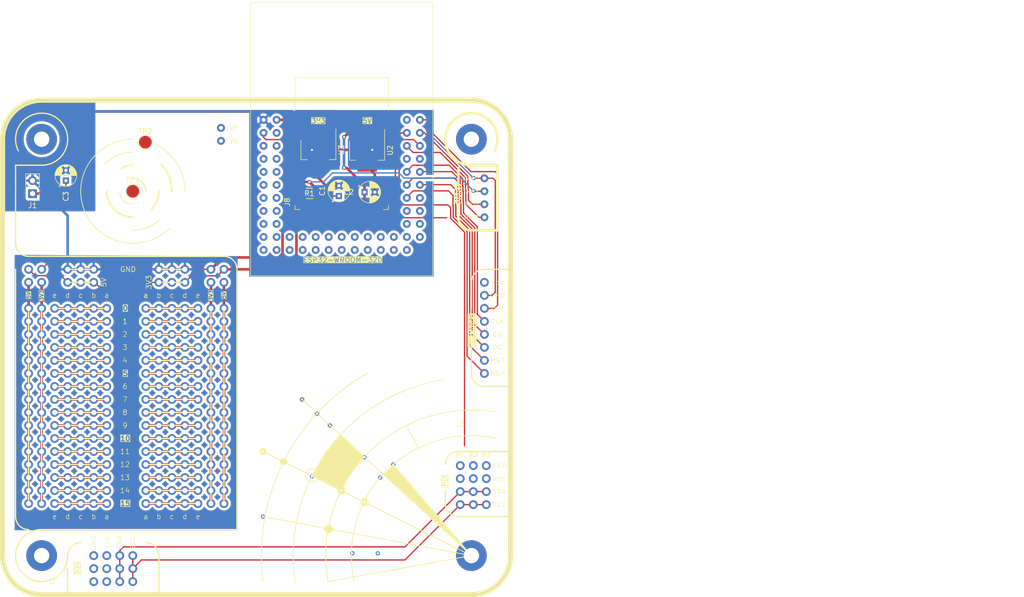
<source format=kicad_pcb>
(kicad_pcb (version 20221018) (generator pcbnew)
  (title_block (title "ESP32-WROOM-32D Automation Board") (date "2024-01-15") (rev "v1.10") (company "CEGEP Heritage College") (comment 1 "Alexander Bobkov"))
  (layers (0 "F.Cu" signal) (31 "B.Cu" signal) (34 "B.Paste" user) (35 "F.Paste" user) (36 "B.SilkS" user "B.Silkscreen") (37 "F.SilkS" user "F.Silkscreen") (38 "B.Mask" user) (39 "F.Mask" user) (44 "Edge.Cuts" user))
  (net 0 "")
  (net 1 "Net-(J1-Pin_1)")
  (net 2 "Net-(J5-IO22)")
  (net 3 "Net-(J5-IO21)")
  (net 4 "Net-(J5-IO4)")
  (net 5 "Net-(J5-IO18)")
  (net 6 "Net-(J5-IO5)")
  (net 7 "Net-(J5-IO17)")
  (net 8 "Net-(J5-IO23)")
  (net 9 "Net-(J5-IO16)")
  (net 10 "Net-(J5-IO34)")
  (net 11 "Net-(J5-IO35)")
  (net 12 "Net-(J5-IO32)")
  (net 13 "Net-(J5-IO33)")
  (net 14 "Net-(J8-RXD0)")
  (net 15 "Net-(J5-IO25)")
  (net 16 "Net-(J5-IO26)")
  (net 17 "+3V3")
  (net 18 "GND")
  (net 19 "+5V")
  (net 20 "Net-(J5-IO27)")
  (net 21 "Net-(J5-IO14)")
  (net 22 "Net-(J5-IO12)")
  (net 23 "Net-(J5-IO0)")
  (net 24 "Net-(J5-IO19)")
  (net 25 "Net-(J5-EN)")
  (net 26 "Net-(J7-SENSOR_VP)")
  (net 27 "Net-(J7-SENSOR_VN)")
  (net 28 "Net-(J8-TXD0)")
  (footprint "MountingHole:MountingHole_3mm_Pad_TopBottom" (layer "F.Cu") (at 33.02 139.7)
    (fp_text reference "H1" hide)
    (fp_text value "MountingHole")
  )
  (footprint "Package_TO_SOT_SMD:SOT-223-3_TabPin2" (layer "F.Cu") (at 87 60.5 -90)
    (fp_text reference "U3")
    (fp_text value "MAX1726EUK33")
  )
  (footprint "Alexander Footprints Library:Conn_UART" (layer "F.Cu") (at 119.38 58.42)
    (fp_text reference "J6" hide)
    (fp_text value "UART")
  )
  (footprint "MountingHole:MountingHole_3mm_Pad_TopBottom" (layer "F.Cu") (at 116.84 139.7)
    (fp_text reference "H1" hide)
    (fp_text value "MountingHole")
  )
  (footprint "Capacitor_THT:CP_Radial_D4.0mm_P2.00mm" (layer "F.Cu") (at 37.75 66.5 90)
    (fp_text reference "C3")
    (fp_text value "1uF")
  )
  (footprint "Capacitor_THT:CP_Radial_D4.0mm_P2.00mm" (layer "F.Cu") (at 96 68.75)
    (fp_text reference "C2")
    (fp_text value "1uF")
  )
  (footprint "Alexander Footprints Library:STA_RMCF1206_STP-L" (layer "F.Cu") (at 85.25 69 180)
    (fp_text reference "R1")
    (fp_text value "10K")
  )
  (footprint "Alexander Footprints Library:TestPoint_D2.5mm" (layer "F.Cu") (at 50.8 68.58)
    (fp_text reference "TP1")
    (fp_text value "TP1")
  )
  (footprint "Connector_PinHeader_2.54mm:PinHeader_1x02_P2.54mm_Vertical" (layer "F.Cu") (at 31.25 69.04 180)
    (fp_text reference "J1")
    (fp_text value "PWR")
  )
  (footprint "Alexander Footprints Library:Conn_I2C_3" (layer "F.Cu") (at 35.56 144.78 90)
    (fp_text reference "J2")
    (fp_text value "I2C")
  )
  (footprint "Alexander Footprints Library:TestPoint_D2.5mm" (layer "F.Cu") (at 53.25 59)
    (fp_text reference "TP2")
    (fp_text value "GND")
  )
  (footprint "Capacitor_THT:CP_Radial_D4.0mm_P2.00mm" (layer "F.Cu") (at 91 69.5 90)
    (fp_text reference "C1")
    (fp_text value "1uF")
  )
  (footprint "MountingHole:MountingHole_3mm_Pad_TopBottom" (layer "F.Cu") (at 33.02 58.42)
    (fp_text reference "H3" hide)
    (fp_text value "MountingHole")
  )
  (footprint "Package_TO_SOT_SMD:SOT-223-3_TabPin2" (layer "F.Cu") (at 96.5 60.6 -90)
    (fp_text reference "U2")
    (fp_text value "MAX1726EUK50")
  )
  (footprint "Alexander Footprints Library:Conn_ePaper" (layer "F.Cu") (at 119.38 81.28)
    (fp_text reference "J4" hide)
    (fp_text value "e-Paper")
  )
  (footprint "MountingHole:MountingHole_3mm_Pad_TopBottom" (layer "F.Cu") (at 116.84 58.42)
    (fp_text reference "H4" hide)
    (fp_text value "MountingHole")
  )
  (footprint "Alexander Footprints Library:Conn_I2C_3" (layer "F.Cu") (at 114.67 114.51)
    (fp_text reference "J3")
    (fp_text value "I2C")
  )
  (footprint "Alexander Footprints Library:BreadBoard_15x12" (layer "F.Cu") (at 27.94 134.62)
    (fp_text reference "BRD_15x1" hide)
    (fp_text value "BreadBoard_15x12")
  )
  (footprint "Alexander Footprints Library:ESP32_PADS_VN-VP" (layer "F.Cu") (at 68 63.83)
    (fp_text reference "J7" hide)
    (fp_text value "~" hide)
  )
  (footprint "Alexander Footprints Library:ESP32-WROOM-Adapter-Socket" (layer "F.Cu") (at 91.55 62.26)
    (fp_text reference "J8")
    (fp_text value "~")
  )
  (gr_line (start 114.3 119.38) (end 124.46 119.38) (stroke (width 0.25)) (layer "F.SilkS"))
  (gr_arc (start 38.1 139.7) (mid 29.427898 143.292102) (end 33.02 134.62) (stroke (width 0.25)) (layer "F.SilkS"))
  (gr_line (start 55.88 139.7) (end 55.88 147.32) (stroke (width 0.25)) (layer "F.SilkS"))
  (gr_line (start 68.58 81.28) (end 30.48 81.28) (stroke (width 0.25)) (layer "F.SilkS"))
  (gr_line (start 124.466228 58.42) (end 124.46 139.7) (stroke (width 1)) (layer "F.SilkS"))
  (gr_line (start 114.3 64) (end 114.3 67.25) (stroke (width 0.5)) (layer "F.SilkS"))
  (gr_arc (start 68.58 81.28) (mid 70.376051 82.023949) (end 71.12 83.82) (stroke (width 0.25)) (layer "F.SilkS"))
  (gr_line (start 116.84 104.14) (end 116.84 99.06) (stroke (width 0.25)) (layer "F.SilkS"))
  (gr_arc (start 116.531846 50.8) (mid 122.122486 52.919572) (end 124.466228 58.42) (stroke (width 1)) (layer "F.SilkS"))
  (gr_line (start 33.02 147.32) (end 116.84 147.32) (stroke (width 1)) (layer "F.SilkS"))
  (gr_line (start 119.38 106.68) (end 124.46 106.68) (stroke (width 0.25)) (layer "F.SilkS"))
  (gr_line (start 27.94 63.5) (end 33.02 63.5) (stroke (width 0.25)) (layer "F.SilkS"))
  (gr_line (start 116.84 86.36) (end 116.84 91.44) (stroke (width 0.25)) (layer "F.SilkS"))
  (gr_circle (center 89.25 114.25) (end 89.25 113.75) (stroke (width 0.15)) (fill none) (layer "F.SilkS"))
  (gr_arc (start 124.46 139.7) (mid 122.228154 145.088154) (end 116.84 147.32) (stroke (width 1)) (layer "F.SilkS"))
  (gr_line (start 55.88 147.32) (end 40.64 147.32) (stroke (width 0.15)) (layer "F.SilkS"))
  (gr_arc (start 68.58 81.28) (mid 70.376051 82.023949) (end 71.12 83.82) (stroke (width 0.15)) (layer "F.SilkS"))
  (gr_circle (center 96 129.25) (end 96.75 129.25) (stroke (width 0.15)) (fill solid) (layer "F.SilkS"))
  (gr_arc (start 116.84 76.2) (mid 115.043949 75.456051) (end 114.3 73.66) (stroke (width 0.5)) (layer "F.SilkS"))
  (gr_line (start 119.38 83.82) (end 124.46 83.82) (stroke (width 0.25)) (layer "F.SilkS"))
  (gr_line (start 116.84 139.7) (end 83.82 109.22) (stroke (width 0.15)) (layer "F.SilkS"))
  (gr_arc (start 82.5 145) (mid 88.646929 119.390487) (end 110.991322 105.449182) (stroke (width 0.15)) (layer "F.SilkS"))
  (gr_arc (start 45.411846 63.191846) (mid 47.883952 61.540038) (end 50.8 60.96) (stroke (width 0.15)) (layer "F.SilkS"))
  (gr_line (start 116.84 139.7) (end 76.2 119.38) (stroke (width 0.15)) (layer "F.SilkS"))
  (gr_arc (start 30.48 81.28) (mid 28.683949 80.536051) (end 27.94 78.74) (stroke (width 0.25)) (layer "F.SilkS"))
  (gr_line (start 114.3 132.08) (end 124.46 132.08) (stroke (width 0.25)) (layer "F.SilkS"))
  (gr_circle (center 91.5 127) (end 92.25 127) (stroke (width 0.15)) (fill solid) (layer "F.SilkS"))
  (gr_poly (pts (xy 99.75 123.75) (xy 101.6 121.92) (xy 116.84 139.7)) (stroke (width 0.15)) (fill solid) (layer "F.SilkS"))
  (gr_arc (start 48.528155 64.03631) (mid 49.632855 63.635895) (end 50.8 63.5) (stroke (width 0.35)) (layer "F.SilkS"))
  (gr_arc (start 57.984205 75.764205) (mid 41.413384 72.468064) (end 50.8 58.42) (stroke (width 0.15)) (layer "F.SilkS"))
  (gr_arc (start 53.34 137.16) (mid 55.136051 137.903949) (end 55.88 139.7) (stroke (width 0.25)) (layer "F.SilkS"))
  (gr_arc (start 111.76 121.92) (mid 112.503949 120.123949) (end 114.3 119.38) (stroke (width 0.25)) (layer "F.SilkS"))
  (gr_line (start 27.94 78.74) (end 27.94 63.5) (stroke (width 0.25)) (layer "F.SilkS"))
  (gr_arc (start 38.1 139.7) (mid 38.843949 137.903949) (end 40.64 137.16) (stroke (width 0.25)) (layer "F.SilkS"))
  (gr_line (start 111.76 129.54) (end 111.76 127) (stroke (width 0.25)) (layer "F.SilkS"))
  (gr_arc (start 88.9 144.78) (mid 96.759537 119.619537) (end 121.92 111.76) (stroke (width 0.15)) (layer "F.SilkS"))
  (gr_arc (start 50.8 71.12) (mid 49.003949 70.376051) (end 48.26 68.58) (stroke (width 0.15)) (layer "F.SilkS"))
  (gr_arc (start 55.88 68.58) (mid 55.493308 70.524032) (end 54.392102 72.172102) (stroke (width 0.35)) (layer "F.SilkS"))
  (gr_line (start 38.1 147.32) (end 38.1 142.24) (stroke (width 0.25)) (layer "F.SilkS"))
  (gr_arc (start 50.8 73.66) (mid 47.207898 72.172102) (end 45.72 68.58) (stroke (width 0.35)) (layer "F.SilkS"))
  (gr_arc (start 38.1 58.42) (mid 36.612102 62.012102) (end 33.02 63.5) (stroke (width 0.25)) (layer "F.SilkS"))
  (gr_line (start 33.02 134.62) (end 71.12 134.62) (stroke (width 0.25)) (layer "F.SilkS"))
  (gr_arc (start 76.2 144.78) (mid 80.207599 121.3838) (end 96.52 104.14) (stroke (width 0.15)) (layer "F.SilkS"))
  (gr_arc (start 50.8 66.04) (mid 52.596051 66.783949) (end 53.34 68.58) (stroke (width 0.25)) (layer "F.SilkS"))
  (gr_line (start 27.94 83.82) (end 27.94 132.08) (stroke (width 0.25)) (layer "F.SilkS"))
  (gr_arc (start 119.38 106.68) (mid 117.583949 105.936051) (end 116.84 104.14) (stroke (width 0.25)) (layer "F.SilkS"))
  (gr_poly (pts (xy 85.75 124) (xy 91.5 127) (xy 92.75 124.5) (xy 94 122.75) (xy 95.25 121.25) (xy 96 120.5) (xy 91.25 116) (xy 88.5 119.5)) (stroke (width 0.15)) (fill solid) (layer "F.SilkS"))
  (gr_line (start 114.3 73.66) (end 114.3 71.12) (stroke (width 0.5)) (layer "F.SilkS"))
  (gr_circle (center 80.207599 121.3838) (end 80.842816 121.3838) (stroke (width 0.15)) (fill solid) (layer "F.SilkS"))
  (gr_line (start 116.84 139.7) (end 88.9 144.78) (stroke (width 0.15)) (layer "F.SilkS"))
  (gr_arc (start 116.84 86.36) (mid 117.583949 84.563949) (end 119.38 83.82) (stroke (width 0.25)) (layer "F.SilkS"))
  (gr_arc (start 56.188154 63.191846) (mid 57.839962 65.663952) (end 58.42 68.58) (stroke (width 0.35)) (layer "F.SilkS"))
  (gr_line (start 116.84 139.7) (end 101.6 121.92) (stroke (width 0.15)) (layer "F.SilkS"))
  (gr_line (start 121.92 63.499999) (end 121.92 76.2) (stroke (width 0.5)) (layer "F.SilkS"))
  (gr_arc (start 93.980001 144.78) (mid 100.281227 123.141227) (end 121.92 116.840001) (stroke (width 0.15)) (layer "F.SilkS"))
  (gr_circle (center 76.2 119.38) (end 76.831981 119.38) (stroke (width 0.15)) (fill solid) (layer "F.SilkS"))
  (gr_circle (center 85.75 124) (end 86 125.25) (stroke (width 0.15)) (fill none) (layer "F.SilkS"))
  (gr_circle (center 83.82 109.22) (end 84 108.75) (stroke (width 0.15)) (fill none) (layer "F.SilkS"))
  (gr_line (start 116.84 63.5) (end 121.92 63.499999) (stroke (width 0.5)) (layer "F.SilkS"))
  (gr_circle (center 89 134.5) (end 89.790569 134.5) (stroke (width 0.15)) (fill solid) (layer "F.SilkS"))
  (gr_line (start 71.12 83.82) (end 71.12 134.62) (stroke (width 0.25)) (layer "F.SilkS"))
  (gr_arc (start 33.02 147.32) (mid 27.631846 145.088154) (end 25.4 139.7) (stroke (width 1)) (layer "F.SilkS"))
  (gr_circle (center 86.75 112) (end 86.75 111.5) (stroke (width 0.15)) (fill none) (layer "F.SilkS"))
  (gr_arc (start 28.47631 60.691845) (mid 31.852856 53.475894) (end 38.1 58.42) (stroke (width 0.25)) (layer "F.SilkS"))
  (gr_circle (center 88.9 144.78) (end 88.9 144.78) (stroke (width 0.15)) (fill none) (layer "F.SilkS"))
  (gr_arc (start 116.84 63.5) (mid 114.169286 54.098694) (end 121.38369 60.691845) (stroke (width 0.5)) (layer "F.SilkS"))
  (gr_arc (start 25.4 58.42) (mid 27.631846 53.031846) (end 33.02 50.8) (stroke (width 1)) (layer "F.SilkS"))
  (gr_arc (start 56.188154 73.968154) (mid 53.716048 75.619962) (end 50.8 76.2) (stroke (width 0.15)) (layer "F.SilkS"))
  (gr_line (start 106.5 118.75) (end 104.14 114.3) (stroke (width 0.15)) (layer "F.SilkS"))
  (gr_line (start 116.84 139.7) (end 76.2 132.08) (stroke (width 0.15)) (layer "F.SilkS"))
  (gr_arc (start 55.34369 59.49262) (mid 59.442612 63.238572) (end 60.96 68.58) (stroke (width 0.15)) (layer "F.SilkS"))
  (gr_arc (start 30.48 134.62) (mid 28.683949 133.876051) (end 27.94 132.08) (stroke (width 0.25)) (layer "F.SilkS"))
  (gr_line (start 116.84 76.2) (end 121.92 76.2) (stroke (width 0.5)) (layer "F.SilkS"))
  (gr_arc (start 114.3 132.08) (mid 112.503949 131.336051) (end 111.76 129.54) (stroke (width 0.25)) (layer "F.SilkS"))
  (gr_line (start 25.4 58.42) (end 25.4 139.7) (stroke (width 1)) (layer "F.SilkS"))
  (gr_line (start 116.531846 50.8) (end 33.02 50.8) (stroke (width 1)) (layer "F.SilkS"))
  (gr_line (start 116.84 50.8) (end 33.02 50.8) (stroke (width 0.1)) (layer "Edge.Cuts"))
  (gr_arc (start 25.4 58.42) (mid 27.631846 53.031846) (end 33.02 50.8) (stroke (width 0.1)) (layer "Edge.Cuts"))
  (gr_arc (start 33.02 147.32) (mid 27.631846 145.088154) (end 25.4 139.7) (stroke (width 0.1)) (layer "Edge.Cuts"))
  (gr_line (start 124.46 58.42) (end 124.46 139.7) (stroke (width 0.1)) (layer "Edge.Cuts"))
  (gr_line (start 25.4 58.42) (end 25.4 139.7) (stroke (width 0.1)) (layer "Edge.Cuts"))
  (gr_arc (start 116.84 50.8) (mid 122.228154 53.031846) (end 124.46 58.42) (stroke (width 0.1)) (layer "Edge.Cuts"))
  (gr_line (start 116.84 147.32) (end 33.02 147.32) (stroke (width 0.1)) (layer "Edge.Cuts"))
  (gr_arc (start 124.46 139.7) (mid 122.228154 145.088154) (end 116.84 147.32) (stroke (width 0.1)) (layer "Edge.Cuts"))
  (gr_text "5V" (at 96.5 54.25) (layer "F.SilkS" knockout) (effects (font (size 1 1) (thickness 0.125)) (justify top)))
  (gr_text "3V3" (at 87 54.25) (layer "F.SilkS" knockout) (effects (font (size 1 1) (thickness 0.125)) (justify top)))
  (via (at 86.75 112) (size 0.8) (drill 0.4) (layers "F.Cu" "B.Cu") (net 0))
  (via (at 89.25 114.3) (size 0.8) (drill 0.4) (layers "F.Cu" "B.Cu") (net 0))
  (via (at 76.2 119.38) (size 0.8) (drill 0.4) (layers "F.Cu" "B.Cu") (net 0))
  (via (at 96 129.25) (size 0.8) (drill 0.4) (layers "F.Cu" "B.Cu") (net 0))
  (via (at 85.75 124.25) (size 0.8) (drill 0.4) (layers "F.Cu" "B.Cu") (net 0))
  (via (at 101.6 121.92) (size 0.8) (drill 0.4) (layers "F.Cu" "B.Cu") (net 0))
  (via (at 96 120.5) (size 0.8) (drill 0.4) (layers "F.Cu" "B.Cu") (net 0))
  (via (at 91.44 127) (size 0.8) (drill 0.4) (layers "F.Cu" "B.Cu") (net 0))
  (via (at 93.61749 139.254) (size 0.8) (drill 0.4) (layers "F.Cu" "B.Cu") (net 0))
  (via (at 99.06 124.46) (size 0.8) (drill 0.4) (layers "F.Cu" "B.Cu") (net 0))
  (via (at 98.577776 139.254) (size 0.8) (drill 0.4) (layers "F.Cu" "B.Cu") (net 0))
  (via (at 83.82 109.22) (size 0.8) (drill 0.4) (layers "F.Cu" "B.Cu") (net 0))
  (via (at 76.2 132.08) (size 0.8) (drill 0.4) (layers "F.Cu" "B.Cu") (net 0))
  (segment (start 37.75 66.5) (end 37.75 68.29) (width 0.25) (layer "F.Cu") (net 1))
  (segment (start 97.75 54.75) (end 90 54.75) (width 0.5) (layer "F.Cu") (net 1))
  (segment (start 98.8 55.8) (end 97.75 54.75) (width 0.5) (layer "F.Cu") (net 1))
  (segment (start 90 54.75) (end 90 53.75) (width 0.5) (layer "F.Cu") (net 1))
  (segment (start 42.5 53) (end 41 54.5) (width 0.5) (layer "F.Cu") (net 1))
  (segment (start 37.75 68.29) (end 38.5 69.04) (width 0.25) (layer "F.Cu") (net 1))
  (segment (start 41 67.75) (end 39.71 69.04) (width 0.5) (layer "F.Cu") (net 1))
  (segment (start 38.5 69.04) (end 31.25 69.04) (width 0.5) (layer "F.Cu") (net 1))
  (segment (start 89.3 55.45) (end 89.3 57.35) (width 0.5) (layer "F.Cu") (net 1))
  (segment (start 89.25 53) (end 42.5 53) (width 0.5) (layer "F.Cu") (net 1))
  (segment (start 98.8 57.45) (end 98.8 55.8) (width 0.5) (layer "F.Cu") (net 1))
  (segment (start 39.71 69.04) (end 38.5 69.04) (width 0.5) (layer "F.Cu") (net 1))
  (segment (start 90 54.75) (end 89.3 55.45) (width 0.5) (layer "F.Cu") (net 1))
  (segment (start 41 54.5) (end 41 67.75) (width 0.5) (layer "F.Cu") (net 1))
  (segment (start 42.5 53) (end 42.75 53) (width 0.25) (layer "F.Cu") (net 1))
  (segment (start 90 53.75) (end 89.25 53) (width 0.5) (layer "F.Cu") (net 1))
  (segment (start 103.87 140.55) (end 114.67 129.75) (width 0.25) (layer "F.Cu") (net 2))
  (segment (start 50.8 139.7) (end 50.8 142.24) (width 0.25) (layer "F.Cu") (net 2))
  (segment (start 102 58.35237) (end 103.17237 57.18) (width 0.25) (layer "F.Cu") (net 2))
  (segment (start 114.67 129.75) (end 119.75 129.75) (width 0.25) (layer "F.Cu") (net 2))
  (segment (start 50.8 144.78) (end 50.8 139.7) (width 0.25) (layer "F.Cu") (net 2))
  (segment (start 103.17237 57.18) (end 104.25 57.18) (width 0.25) (layer "F.Cu") (net 2))
  (segment (start 52.49 140.55) (end 103.87 140.55) (width 0.25) (layer "F.Cu") (net 2))
  (segment (start 103.75 73.75) (end 102 72) (width 0.25) (layer "F.Cu") (net 2))
  (segment (start 102 72) (end 102 58.35237) (width 0.25) (layer "F.Cu") (net 2))
  (segment (start 50.8 142.24) (end 52.49 140.55) (width 0.25) (layer "F.Cu") (net 2))
  (segment (start 112.045228 73.75) (end 103.75 73.75) (width 0.25) (layer "F.Cu") (net 2))
  (segment (start 112.8 71.8) (end 112.8 73.868376) (width 0.25) (layer "F.Cu") (net 3))
  (segment (start 112.8 73.868376) (end 115.5 76.568376) (width 0.25) (layer "F.Cu") (net 3))
  (segment (start 106.79 59.72) (end 105.57 58.5) (width 0.25) (layer "F.Cu") (net 3))
  (segment (start 112.25 71.25) (end 112.8 71.8) (width 0.25) (layer "F.Cu") (net 3))
  (segment (start 103.25 58.5) (end 102.75 59) (width 0.25) (layer "F.Cu") (net 3))
  (segment (start 48.26 138.74) (end 49 138) (width 0.25) (layer "F.Cu") (net 3))
  (segment (start 114.67 127.21) (end 119.75 127.21) (width 0.25) (layer "F.Cu") (net 3))
  (segment (start 105.57 58.5) (end 103.25 58.5) (width 0.25) (layer "F.Cu") (net 3))
  (segment (start 103.75 71.25) (end 112.25 71.25) (width 0.25) (layer "F.Cu") (net 3))
  (segment (start 115.5 76.568376) (end 115.5 118.25) (width 0.25) (layer "F.Cu") (net 3))
  (segment (start 48.26 139.7) (end 48.26 144.78) (width 0.25) (layer "F.Cu") (net 3))
  (segment (start 102.75 70.25) (end 103.75 71.25) (width 0.25) (layer "F.Cu") (net 3))
  (segment (start 102.75 59) (end 102.75 70.25) (width 0.25) (layer "F.Cu") (net 3))
  (segment (start 103.88 138) (end 114.67 127.21) (width 0.25) (layer "F.Cu") (net 3))
  (segment (start 49 138) (end 103.88 138) (width 0.25) (layer "F.Cu") (net 3))
  (segment (start 48.26 139.7) (end 48.26 138.74) (width 0.25) (layer "F.Cu") (net 3))
  (segment (start 113.25 69.375) (end 112.375 68.5) (width 0.25) (layer "F.Cu") (net 4))
  (segment (start 105.48 68.5) (end 104.14 69.84) (width 0.25) (layer "F.Cu") (net 4))
  (segment (start 113.3 73.66127) (end 113.3 71.592893) (width 0.25) (layer "F.Cu") (net 4))
  (segment (start 113.3 71.592893) (end 113.25 71.542894) (width 0.25) (layer "F.Cu") (net 4))
  (segment (start 119.38 104.14) (end 116 100.76) (width 0.25) (layer "F.Cu") (net 4))
  (segment (start 116 100.76) (end 116 76.361269) (width 0.25) (layer "F.Cu") (net 4))
  (segment (start 113.25 71.542894) (end 113.25 69.375) (width 0.25) (layer "F.Cu") (net 4))
  (segment (start 112.375 68.5) (end 105.48 68.5) (width 0.25) (layer "F.Cu") (net 4))
  (segment (start 116 76.361269) (end 113.3 73.66127) (width 0.25) (layer "F.Cu") (net 4))
  (segment (start 115.250002 68.54658) (end 115.25 68.546575) (width 0.25) (layer "F.Cu") (net 5))
  (segment (start 115.05 66.05) (end 112.5 63.5) (width 0.25) (layer "F.Cu") (net 5))
  (segment (start 115.299992 70.764445) (end 115.25 70.714454) (width 0.25) (layer "F.Cu") (net 5))
  (segment (start 115.3 72.832846) (end 115.3 72.421315) (width 0.25) (layer "F.Cu") (net 5))
  (segment (start 115.200002 67.578686) (end 115.2 67.578681) (width 0.25) (layer "F.Cu") (net 5))
  (segment (start 119.38 93.98) (end 118 92.6) (width 0.25) (layer "F.Cu") (net 5))
  (segment (start 115.15 66.235787) (end 115.1 66.185787) (width 0.25) (layer "F.Cu") (net 5))
  (segment (start 115.05 66.092893) (end 115.05 66.05) (width 0.25) (layer "F.Cu") (net 5))
  (segment (start 115.1 66.185787) (end 115.1 66.142894) (width 0.25) (layer "F.Cu") (net 5))
  (segment (start 115.2 67.578681) (end 115.15 67.528681) (width 0.25) (layer "F.Cu") (net 5))
  (segment (start 112.5 63.5) (end 105.4 63.5) (width 0.25) (layer "F.Cu") (net 5))
  (segment (start 115.25 68.546575) (end 115.200001 68.496576) (width 0.25) (layer "F.Cu") (net 5))
  (segment (start 115.299997 70.764459) (end 115.299992 70.764445) (width 0.25) (layer "F.Cu") (net 5))
  (segment (start 115.200001 68.496576) (end 115.200002 67.578686) (width 0.25) (layer "F.Cu") (net 5))
  (segment (start 115.1 66.142894) (end 115.05 66.092893) (width 0.25) (layer "F.Cu") (net 5))
  (segment (start 118 92.6) (end 118 75.532845) (width 0.25) (layer "F.Cu") (net 5))
  (segment (start 105.4 63.5) (end 104.14 64.76) (width 0.25) (layer "F.Cu") (net 5))
  (segment (start 115.15 67.528681) (end 115.150002 66.235792) (width 0.25) (layer "F.Cu") (net 5))
  (segment (start 115.150002 66.235792) (end 115.15 66.235787) (width 0.25) (layer "F.Cu") (net 5))
  (segment (start 115.25 70.714454) (end 115.250002 68.54658) (width 0.25) (layer "F.Cu") (net 5))
  (segment (start 115.300005 72.42131) (end 115.299997 70.764459) (width 0.25) (layer "F.Cu") (net 5))
  (segment (start 118 75.532845) (end 115.3 72.832846) (width 0.25) (layer "F.Cu") (net 5))
  (segment (start 115.3 72.421315) (end 115.300005 72.42131) (width 0.25) (layer "F.Cu") (net 5))
  (segment (start 114.65 66.442894) (end 114.6 66.392893) (width 0.25) (layer "F.Cu") (net 6))
  (segment (start 113.01 64.76) (end 106.68 64.76) (width 0.25) (layer "F.Cu") (net 6))
  (segment (start 114.75 68.753681) (end 114.7 68.703681) (width 0.25) (layer "F.Cu") (net 6))
  (segment (start 114.6 66.35) (end 113.01 64.76) (width 0.25) (layer "F.Cu") (net 6))
  (segment (start 117.5 94.64) (end 117.5 75.739951) (width 0.25) (layer "F.Cu") (net 6))
  (segment (start 114.750002 68.753686) (end 114.75 68.753681) (width 0.25) (layer "F.Cu") (net 6))
  (segment (start 114.799998 70.971568) (end 114.799994 70.971564) (width 0.25) (layer "F.Cu") (net 6))
  (segment (start 114.8 73.039952) (end 114.8 72.214209) (width 0.25) (layer "F.Cu") (net 6))
  (segment (start 114.799994 70.971557) (end 114.75 70.921564) (width 0.25) (layer "F.Cu") (net 6))
  (segment (start 114.7 68.703681) (end 114.700002 67.785792) (width 0.25) (layer "F.Cu") (net 6))
  (segment (start 114.7 67.785787) (end 114.65 67.735787) (width 0.25) (layer "F.Cu") (net 6))
  (segment (start 114.800004 72.214205) (end 114.799998 70.971568) (width 0.25) (layer "F.Cu") (net 6))
  (segment (start 114.6 66.392893) (end 114.6 66.35) (width 0.25) (layer "F.Cu") (net 6))
  (segment (start 117.5 75.739951) (end 114.8 73.039952) (width 0.25) (layer "F.Cu") (net 6))
  (segment (start 114.799994 70.971564) (end 114.799994 70.971557) (width 0.25) (layer "F.Cu") (net 6))
  (segment (start 114.75 70.921564) (end 114.750002 68.753686) (width 0.25) (layer "F.Cu") (net 6))
  (segment (start 114.700002 67.785792) (end 114.7 67.785787) (width 0.25) (layer "F.Cu") (net 6))
  (segment (start 114.8 72.214209) (end 114.800004 72.214205) (width 0.25) (layer "F.Cu") (net 6))
  (segment (start 119.38 96.52) (end 117.5 94.64) (width 0.25) (layer "F.Cu") (net 6))
  (segment (start 114.65 67.735787) (end 114.65 66.442894) (width 0.25) (layer "F.Cu") (net 6))
  (segment (start 114.250002 68.960792) (end 114.25 68.960787) (width 0.25) (layer "F.Cu") (net 7))
  (segment (start 114.300003 72.0071) (end 114.299999 71.178677) (width 0.25) (layer "F.Cu") (net 7))
  (segment (start 114.25 71.128674) (end 114.250002 68.960792) (width 0.25) (layer "F.Cu") (net 7))
  (segment (start 114.25 68.960787) (end 114.2 68.910787) (width 0.25) (layer "F.Cu") (net 7))
  (segment (start 114.3 73.247058) (end 114.3 72.007103) (width 0.25) (layer "F.Cu") (net 7))
  (segment (start 117 96.68) (end 117 75.947057) (width 0.25) (layer "F.Cu") (net 7))
  (segment (start 114.2 68.910787) (end 114.2 67.992894) (width 0.25) (layer "F.Cu") (net 7))
  (segment (start 119.38 99.06) (end 117 96.68) (width 0.25) (layer "F.Cu") (net 7))
  (segment (start 114.299996 71.178669) (end 114.25 71.128674) (width 0.25) (layer "F.Cu") (net 7))
  (segment (start 114.15 67.942893) (end 114.15 66.65) (width 0.25) (layer "F.Cu") (net 7))
  (segment (start 114.15 66.65) (end 113.5 66) (width 0.25) (layer "F.Cu") (net 7))
  (segment (start 105.44 66) (end 104.14 67.3) (width 0.25) (layer "F.Cu") (net 7))
  (segment (start 114.2 67.992894) (end 114.15 67.942893) (width 0.25) (layer "F.Cu") (net 7))
  (segment (start 113.5 66) (end 105.44 66) (width 0.25) (layer "F.Cu") (net 7))
  (segment (start 117 75.947057) (end 114.3 73.247058) (width 0.25) (layer "F.Cu") (net 7))
  (segment (start 114.3 72.007103) (end 114.300003 72.0071) (width 0.25) (layer "F.Cu") (net 7))
  (segment (start 114.299999 71.178677) (end 114.299996 71.178669) (width 0.25) (layer "F.Cu") (net 7))
  (segment (start 108.75 55.25) (end 108.14 54.64) (width 0.25) (layer "F.Cu") (net 8))
  (segment (start 121.95 90.8) (end 121.95 65.2) (width 0.25) (layer "F.Cu") (net 8))
  (segment (start 121.31 91.44) (end 121.95 90.8) (width 0.25) (layer "F.Cu") (net 8))
  (segment (start 108.14 54.64) (end 106.79 54.64) (width 0.25) (layer "F.Cu") (net 8))
  (segment (start 116.75 64.75) (end 108.75 56.75) (width 0.25) (layer "F.Cu") (net 8))
  (segment (start 108.75 56.75) (end 108.75 55.25) (width 0.25) (layer "F.Cu") (net 8))
  (segment (start 121.5 64.75) (end 116.75 64.75) (width 0.25) (layer "F.Cu") (net 8))
  (segment (start 119.38 91.44) (end 121.31 91.44) (width 0.25) (layer "F.Cu") (net 8))
  (segment (start 121.95 65.2) (end 121.5 64.75) (width 0.25) (layer "F.Cu") (net 8))
  (segment (start 113.8 73.454164) (end 113.8 71.799997) (width 0.25) (layer "F.Cu") (net 9))
  (segment (start 113.7 69.117893) (end 113.7 68.2) (width 0.25) (layer "F.Cu") (net 9))
  (segment (start 113.8 71.799997) (end 113.800002 71.799995) (width 0.25) (layer "F.Cu") (net 9))
  (segment (start 116.5 98.72) (end 116.5 76.154163) (width 0.25) (layer "F.Cu") (net 9))
  (segment (start 113.8 71.385786) (end 113.799998 71.385781) (width 0.25) (layer "F.Cu") (net 9))
  (segment (start 113.799998 71.385781) (end 113.75 71.335784) (width 0.25) (layer "F.Cu") (net 9))
  (segment (start 113.7 68.2) (end 112.8 67.3) (width 0.25) (layer "F.Cu") (net 9))
  (segment (start 113.800002 71.799995) (end 113.8 71.385786) (width 0.25) (layer "F.Cu") (net 9))
  (segment (start 119.38 101.6) (end 116.5 98.72) (width 0.25) (layer "F.Cu") (net 9))
  (segment (start 112.8 67.3) (end 106.68 67.3) (width 0.25) (layer "F.Cu") (net 9))
  (segment (start 116.5 76.154163) (end 113.8 73.454164) (width 0.25) (layer "F.Cu") (net 9))
  (segment (start 113.75 69.167894) (end 113.7 69.117893) (width 0.25) (layer "F.Cu") (net 9))
  (segment (start 113.75 71.335784) (end 113.75 69.167894) (width 0.25) (layer "F.Cu") (net 9))
  (segment (start 110.75 61) (end 105.46 61) (width 0.25) (layer "F.Cu") (net 14))
  (segment (start 115.79999 70.557333) (end 115.75 70.507344) (width 0.25) (layer "F.Cu") (net 14))
  (segment (start 115.79999 71.15762) (end 115.79999 70.557333) (width 0.25) (layer "F.Cu") (net 14))
  (segment (start 115.700001 68.28947) (end 115.700002 67.37158) (width 0.25) (layer "F.Cu") (net 14))
  (segment (start 115.600002 65.978683) (end 115.600002 65.935792) (width 0.25) (layer "F.Cu") (net 14))
  (segment (start 119.38 73.66) (end 118.30237 73.66) (width 0.25) (layer "F.Cu") (net 14))
  (segment (start 115.5 65.75) (end 110.75 61) (width 0.25) (layer "F.Cu") (net 14))
  (segment (start 115.65 66.028681) (end 115.600002 65.978683) (width 0.25) (layer "F.Cu") (net 14))
  (segment (start 115.600002 65.935792) (end 115.6 65.935787) (width 0.25) (layer "F.Cu") (net 14))
  (segment (start 115.55 65.885787) (end 115.55 65.842894) (width 0.25) (layer "F.Cu") (net 14))
  (segment (start 115.75 68.339469) (end 115.700001 68.28947) (width 0.25) (layer "F.Cu") (net 14))
  (segment (start 115.55 65.842894) (end 115.5 65.792893) (width 0.25) (layer "F.Cu") (net 14))
  (segment (start 115.75 70.507344) (end 115.750002 68.339474) (width 0.25) (layer "F.Cu") (net 14))
  (segment (start 105.46 61) (end 104.14 59.68) (width 0.25) (layer "F.Cu") (net 14))
  (segment (start 115.750002 68.339474) (end 115.75 68.339469) (width 0.25) (layer "F.Cu") (net 14))
  (segment (start 115.65 67.321575) (end 115.650002 66.028686) (width 0.25) (layer "F.Cu") (net 14))
  (segment (start 115.7 67.371575) (end 115.65 67.321575) (width 0.25) (layer "F.Cu") (net 14))
  (segment (start 115.5 65.792893) (end 115.5 65.75) (width 0.25) (layer "F.Cu") (net 14))
  (segment (start 115.700002 67.37158) (end 115.7 67.371575) (width 0.25) (layer "F.Cu") (net 14))
  (segment (start 115.6 65.935787) (end 115.55 65.885787) (width 0.25) (layer "F.Cu") (net 14))
  (segment (start 115.650002 66.028686) (end 115.65 66.028681) (width 0.25) (layer "F.Cu") (net 14))
  (segment (start 118.30237 73.66) (end 115.79999 71.15762) (width 0.25) (layer "F.Cu") (net 14))
  (segment (start 68.36 81.5) (end 79.25 81.5) (width 0.5) (layer "F.Cu") (net 17))
  (segment (start 66.04 83.82) (end 68.36 81.5) (width 0.5) (layer "F.Cu") (net 17))
  (segment (start 55.88 86.36) (end 48.513072 86.36) (width 0.25) (layer "F.Cu") (net 17))
  (segment (start 79.25 81.5) (end 80 80.75) (width 0.5) (layer "F.Cu") (net 17))
  (segment (start 86.6216 70.1009) (end 86.6216 69) (width 0.5) (layer "F.Cu") (net 17))
  (segment (start 81 54.64) (end 81.75 55.39) (width 0.5) (layer "F.Cu") (net 17))
  (segment (start 43.998072 81.845) (end 34.995 81.845) (width 0.25) (layer "F.Cu") (net 17))
  (segment (start 48.513072 86.36) (end 43.998072 81.845) (width 0.25) (layer "F.Cu") (net 17))
  (segment (start 83.89 54.64) (end 84.7 55.45) (width 0.5) (layer "F.Cu") (net 17))
  (segment (start 55.88 86.36) (end 60.96 86.36) (width 0.25) (layer "F.Cu") (net 17))
  (segment (start 60.96 86.36) (end 63.5 83.82) (width 0.25) (layer "F.Cu") (net 17))
  (segment (start 81.75 55.39) (end 81.75 65.75) (width 0.5) (layer "F.Cu") (net 17))
  (segment (start 87.1216 69.5) (end 86.6216 69) (width 0.25) (layer "F.Cu") (net 17))
  (segment (start 80 80.75) (end 80 76.7225) (width 0.5) (layer "F.Cu") (net 17))
  (segment (start 81.75 65.75) (end 82.75 66.75) (width 0.5) (layer "F.Cu") (net 17))
  (segment (start 80 76.7225) (end 86.6216 70.1009) (width 0.5) (layer "F.Cu") (net 17))
  (segment (start 117.33 68.58) (end 117.25 68.5) (width 0.25) (layer "F.Cu") (net 17))
  (segment (start 84.7 55.45) (end 84.7 57.35) (width 0.5) (layer "F.Cu") (net 17))
  (segment (start 91 69.5) (end 87.1216 69.5) (width 0.25) (layer "F.Cu") (net 17))
  (segment (start 86.6216 68.1216) (end 86.6216 69) (width 0.5) (layer "F.Cu") (net 17))
  (segment (start 78.85 54.64) (end 81 54.64) (width 0.5) (layer "F.Cu") (net 17))
  (segment (start 63.5 83.82) (end 66.04 83.82) (width 0.25) (layer "F.Cu") (net 17))
  (segment (start 85.25 66.75) (end 86.6216 68.1216) (width 0.5) (layer "F.Cu") (net 17))
  (segment (start 82.75 66.75) (end 85.25 66.75) (width 0.5) (layer "F.Cu") (net 17))
  (segment (start 81 54.64) (end 83.89 54.64) (width 0.5) (layer "F.Cu") (net 17))
  (segment (start 119.38 68.58) (end 117.33 68.58) (width 0.25) (layer "F.Cu") (net 17))
  (segment (start 34.995 81.845) (end 33.02 83.82) (width 0.25) (layer "F.Cu") (net 17))
  (via (at 85.25 66.75) (size 0.8) (drill 0.4) (layers "F.Cu" "B.Cu") (net 17))
  (via (at 117.25 68.5) (size 0.8) (drill 0.4) (layers "F.Cu" "B.Cu") (net 17))
  (segment (start 88 66.75) (end 89.75 65) (width 0.25) (layer "B.Cu") (net 17))
  (segment (start 88 66.75) (end 85.25 66.75) (width 0.25) (layer "B.Cu") (net 17))
  (segment (start 91 69.5) (end 90.75 69.5) (width 0.25) (layer "B.Cu") (net 17))
  (segment (start 89.75 65) (end 102.706374 65) (width 0.25) (layer "B.Cu") (net 17))
  (segment (start 103.706374 66) (end 114.75 66) (width 0.25) (layer "B.Cu") (net 17))
  (segment (start 114.75 66) (end 117.25 68.5) (width 0.25) (layer "B.Cu") (net 17))
  (segment (start 102.706374 65) (end 103.706374 66) (width 0.25) (layer "B.Cu") (net 17))
  (segment (start 121.5 66.5) (end 121.04 66.04) (width 0.25) (layer "F.Cu") (net 18))
  (segment (start 96.5 60.5) (end 96.5 57.45) (width 0.25) (layer "F.Cu") (net 18))
  (segment (start 88.5 67.5) (end 87 66) (width 0.5) (layer "F.Cu") (net 18))
  (segment (start 121.04 66.04) (end 119.38 66.04) (width 0.25) (layer "F.Cu") (net 18))
  (segment (start 98 65.25) (end 96.5 63.75) (width 0.5) (layer "F.Cu") (net 18))
  (segment (start 91 67.5) (end 88.5 67.5) (width 0.5) (layer "F.Cu") (net 18))
  (segment (start 97.5 60.5) (end 96.5 60.5) (width 0.5) (layer "F.Cu") (net 18))
  (segment (start 98 68.75) (end 98 65.25) (width 0.5) (layer "F.Cu") (net 18))
  (segment (start 120.85 88.9) (end 121.5 88.25) (width 0.25) (layer "F.Cu") (net 18))
  (segment (start 87 66) (end 87 63.65) (width 0.5) (layer "F.Cu") (net 18))
  (segment (start 117.29 66.04) (end 117.25 66) (width 0.25) (layer "F.Cu") (net 18))
  (segment (start 58.5 83.75) (end 58.57 83.82) (width 0.5) (layer "F.Cu") (net 18))
  (segment (start 40.5 83.75) (end 40.57 83.82) (width 0.5) (layer "F.Cu") (net 18))
  (segment (start 43.25 83.75) (end 43.32 83.82) (width 0.5) (layer "F.Cu") (net 18))
  (segment (start 43.18 83.82) (end 43.25 83.75) (width 0.5) (layer "F.Cu") (net 18))
  (segment (start 56 83.75) (end 56.07 83.82) (width 0.5) (layer "F.Cu") (net 18))
  (segment (start 58.43 83.82) (end 58.5 83.75) (width 0.5) (layer "F.Cu") (net 18))
  (segment (start 96.5 63.75) (end 96.5 57.45) (width 0.5) (layer "F.Cu") (net 18))
  (segment (start 55.93 83.82) (end 56 83.75) (width 0.5) (layer "F.Cu") (net 18))
  (segment (start 85.75 60.5) (end 96.5 60.5) (width 0.5) (layer "F.Cu") (net 18))
  (segment (start 87 63.65) (end 87 55) (width 0.5) (layer "F.Cu") (net 18))
  (segment (start 119.38 66.04) (end 117.29 66.04) (width 0.25) (layer "F.Cu") (net 18))
  (segment (start 119.38 88.9) (end 120.85 88.9) (width 0.25) (layer "F.Cu") (net 18))
  (segment (start 61 83.75) (end 60.96 83.82) (width 0.5) (layer "F.Cu") (net 18))
  (segment (start 40.43 83.82) (end 40.5 83.75) (width 0.5) (layer "F.Cu") (net 18))
  (segment (start 121.5 88.25) (end 121.5 66.5) (width 0.25) (layer "F.Cu") (net 18))
  (via (at 87 55) (size 0.8) (drill 0.4) (layers "F.Cu" "B.Cu") (net 18))
  (via (at 85.75 60.5) (size 0.8) (drill 0.4) (layers "F.Cu" "B.Cu") (net 18))
  (via (at 97.5 60.5) (size 0.8) (drill 0.4) (layers "F.Cu" "B.Cu") (net 18))
  (via (at 117.25 66) (size 0.8) (drill 0.4) (layers "F.Cu" "B.Cu") (net 18))
  (segment (start 38.1 73.35) (end 38.1 81.15) (width 0.5) (layer "B.Cu") (net 18))
  (segment (start 42.5 53) (end 74.67 53) (width 0.5) (layer "B.Cu") (net 18))
  (segment (start 74.75 53) (end 85 53) (width 0.5) (layer "B.Cu") (net 18))
  (segment (start 85 53) (end 87 55) (width 0.5) (layer "B.Cu") (net 18))
  (segment (start 38.1 73.35) (end 31.25 66.5) (width 0.5) (layer "B.Cu") (net 18))
  (segment (start 117.25 66) (end 109.25 58) (width 0.25) (layer "B.Cu") (net 18))
  (segment (start 38.1 81.15) (end 38 81.25) (width 0.5) (layer "B.Cu") (net 18))
  (segment (start 81.68 83.82) (end 82.718 82.782) (width 0.5) (layer "F.Cu") (net 19))
  (segment (start 92.5 64) (end 96 67.5) (width 0.5) (layer "F.Cu") (net 19))
  (segment (start 94.75 75.25) (end 96 74) (width 0.5) (layer "F.Cu") (net 19))
  (segment (start 67.31 85.09) (end 64.41 85.09) (width 0.25) (layer "F.Cu") (net 19))
  (segment (start 30.48 83.82) (end 31.705 85.045) (width 0.25) (layer "F.Cu") (net 19))
  (segment (start 64.41 85.09) (end 61.5 88) (width 0.25) (layer "F.Cu") (net 19))
  (segment (start 43.36 86.36) (end 38.1 86.36) (width 0.25) (layer "F.Cu") (net 19))
  (segment (start 36.785 85.045) (end 38.1 86.36) (width 0.25) (layer "F.Cu") (net 19))
  (segment (start 68.58 83.82) (end 67.31 85.09) (width 0.25) (layer "F.Cu") (net 19))
  (segment (start 92.55 57.45) (end 92 58) (width 0.5) (layer "F.Cu") (net 19))
  (segment (start 83.5 75.25) (end 94.75 75.25) (width 0.5) (layer "F.Cu") (net 19))
  (segment (start 31.705 85.045) (end 36.785 85.045) (width 0.25) (layer "F.Cu") (net 19))
  (segment (start 45 88) (end 43.36 86.36) (width 0.25) (layer "F.Cu") (net 19))
  (segment (start 68.58 83.82) (end 81.68 83.82) (width 0.5) (layer "F.Cu") (net 19))
  (segment (start 82.718 76.032) (end 83.5 75.25) (width 0.5) (layer "F.Cu") (net 19))
  (segment (start 96 74) (end 96 68.75) (width 0.5) (layer "F.Cu") (net 19))
  (segment (start 92 64) (end 92.5 64) (width 0.5) (layer "F.Cu") (net 19))
  (segment (start 96 67.5) (end 96 68.75) (width 0.5) (layer "F.Cu") (net 19))
  (segment (start 82.718 82.782) (end 82.718 76.032) (width 0.5) (layer "F.Cu") (net 19))
  (segment (start 61.5 88) (end 45 88) (width 0.25) (layer "F.Cu") (net 19))
  (segment (start 94.2 57.45) (end 92.55 57.45) (width 0.5) (layer "F.Cu") (net 19))
  (via (at 92 64) (size 0.8) (drill 0.4) (layers "F.Cu" "B.Cu") (net 19))
  (via (at 92 58) (size 0.8) (drill 0.4) (layers "F.Cu" "B.Cu") (net 19))
  (segment (start 92 58) (end 92 64) (width 0.5) (layer "B.Cu") (net 19))
  (segment (start 76.31 58.06) (end 76.75 58.5) (width 0.25) (layer "F.Cu") (net 25))
  (segment (start 80.25 58.5) (end 81.175 59.425) (width 0.25) (layer "F.Cu") (net 25))
  (segment (start 81.175 59.425) (end 81.175 67.675) (width 0.25) (layer "F.Cu") (net 25))
  (segment (start 76.31 57.18) (end 76.31 58.06) (width 0.25) (layer "F.Cu") (net 25))
  (segment (start 82.5 69) (end 83.8784 69) (width 0.25) (layer "F.Cu") (net 25))
  (segment (start 76.75 58.5) (end 80.25 58.5) (width 0.25) (layer "F.Cu") (net 25))
  (segment (start 81.175 67.675) (end 82.5 69) (width 0.25) (layer "F.Cu") (net 25))
  (segment (start 116.05 65.635787) (end 116 65.585787) (width 0.25) (layer "F.Cu") (net 28))
  (segment (start 117.069767 71.12) (end 116.25 70.300234) (width 0.25) (layer "F.Cu") (net 28))
  (segment (start 116.200002 67.164474) (end 116.2 67.164469) (width 0.25) (layer "F.Cu") (net 28))
  (segment (start 116.2 67.164469) (end 116.15 67.114469) (width 0.25) (layer "F.Cu") (net 28))
  (segment (start 116.250002 68.132368) (end 116.25 68.132363) (width 0.25) (layer "F.Cu") (net 28))
  (segment (start 116.050002 65.678683) (end 116.050002 65.635792) (width 0.25) (layer "F.Cu") (net 28))
  (segment (start 116.050002 65.635792) (end 116.05 65.635787) (width 0.25) (layer "F.Cu") (net 28))
  (segment (start 116.15 67.114469) (end 116.150002 65.82158) (width 0.25) (layer "F.Cu") (net 28))
  (segment (start 107.64 57.14) (end 106.68 57.14) (width 0.25) (layer "F.Cu") (net 28))
  (segment (start 116.100002 65.771577) (end 116.100002 65.728686) (width 0.25) (layer "F.Cu") (net 28))
  (segment (start 116 65.5) (end 107.64 57.14) (width 0.25) (layer "F.Cu") (net 28))
  (segment (start 116.25 70.300234) (end 116.250002 68.132368) (width 0.25) (layer "F.Cu") (net 28))
  (segment (start 116.200001 68.082364) (end 116.200002 67.164474) (width 0.25) (layer "F.Cu") (net 28))
  (segment (start 116 65.585787) (end 116 65.5) (width 0.25) (layer "F.Cu") (net 28))
  (segment (start 116.25 68.132363) (end 116.200001 68.082364) (width 0.25) (layer "F.Cu") (net 28))
  (segment (start 119.38 71.12) (end 117.069767 71.12) (width 0.25) (layer "F.Cu") (net 28))
  (segment (start 116.150002 65.82158) (end 116.15 65.821575) (width 0.25) (layer "F.Cu") (net 28))
  (segment (start 116.15 65.821575) (end 116.100002 65.771577) (width 0.25) (layer "F.Cu") (net 28))
  (segment (start 116.100002 65.728686) (end 116.1 65.728681) (width 0.25) (layer "F.Cu") (net 28))
  (segment (start 116.1 65.728681) (end 116.050002 65.678683) (width 0.25) (layer "F.Cu") (net 28))
  (zone (net 18) (net_name "GND") (layer "B.Cu") (name "GND") (connect_pads (clearance 0.5)) (min_thickness 0.25) (fill yes (thermal_gap 0.5) (thermal_bridge_width 0.5))
    (polygon (pts (xy 43.5 50.25) (xy 43.5 72.5) (xy 25 72.5) (xy 25 50.25)))
  )
  (zone (net 18) (net_name "GND") (layer "B.Cu") (name "GND") (priority 2) (connect_pads (clearance 0.5)) (min_thickness 0.25) (fill yes (thermal_gap 0.5) (thermal_bridge_width 0.5) (island_removal_mode 1) (island_area_min 10))
    (polygon (pts (xy 71.25 81.25) (xy 71.25 134.75) (xy 27.75 134.75) (xy 27.75 81)))
  )
  (zone (net 18) (net_name "GND") (layer "B.Cu") (name "GND") (priority 1) (connect_pads (clearance 0.5)) (min_thickness 0.25) (fill yes (thermal_gap 0.5) (thermal_bridge_width 0.5))
    (polygon (pts (xy 109.5 85.25) (xy 109.5 51.25) (xy 73.5 51.25) (xy 73.5 85.25)))
  )
)
</source>
